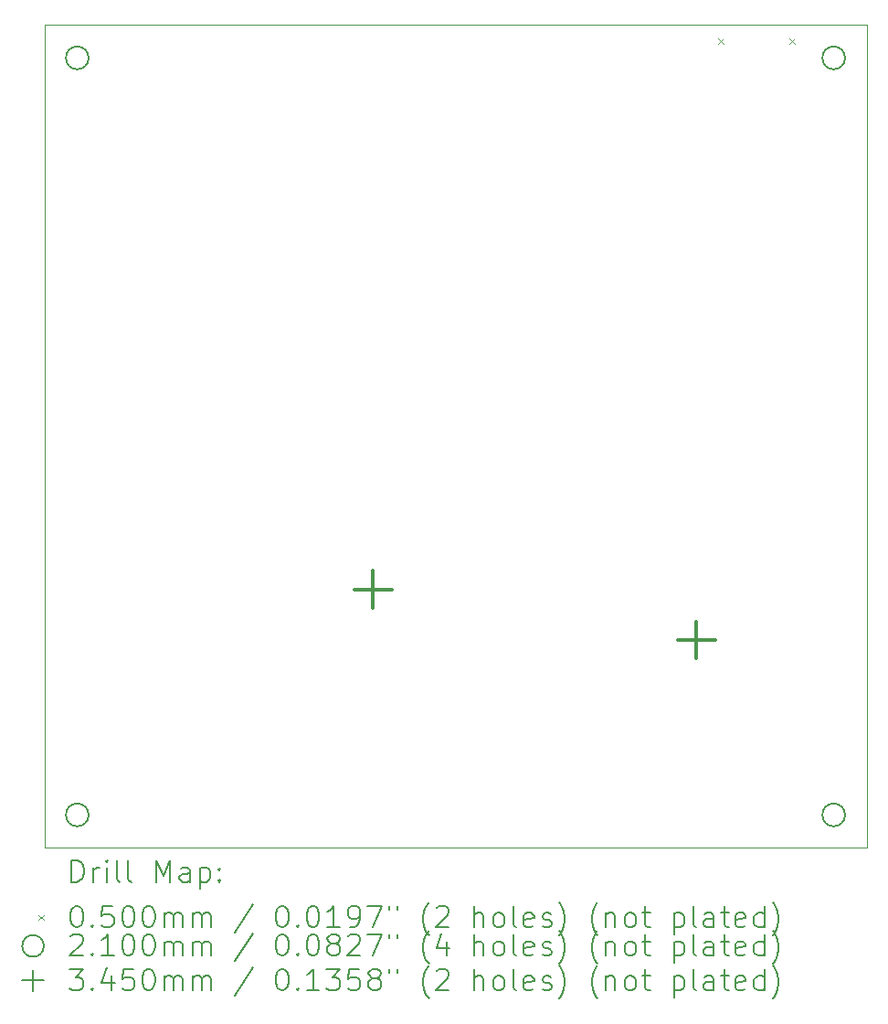
<source format=gbr>
%FSLAX45Y45*%
G04 Gerber Fmt 4.5, Leading zero omitted, Abs format (unit mm)*
G04 Created by KiCad (PCBNEW (6.0.5)) date 2023-04-10 12:53:08*
%MOMM*%
%LPD*%
G01*
G04 APERTURE LIST*
%TA.AperFunction,Profile*%
%ADD10C,0.100000*%
%TD*%
%ADD11C,0.200000*%
%ADD12C,0.050000*%
%ADD13C,0.210000*%
%ADD14C,0.345000*%
G04 APERTURE END LIST*
D10*
X10160000Y-12700000D02*
X17780000Y-12700000D01*
X17780000Y-12700000D02*
X17780000Y-5080000D01*
X17780000Y-5080000D02*
X10160000Y-5080000D01*
X10160000Y-5080000D02*
X10160000Y-12700000D01*
D11*
D12*
X16406825Y-5207400D02*
X16456825Y-5257400D01*
X16456825Y-5207400D02*
X16406825Y-5257400D01*
X17066825Y-5207400D02*
X17116825Y-5257400D01*
X17116825Y-5207400D02*
X17066825Y-5257400D01*
D13*
X10569800Y-5384800D02*
G75*
G03*
X10569800Y-5384800I-105000J0D01*
G01*
X10569800Y-12395200D02*
G75*
G03*
X10569800Y-12395200I-105000J0D01*
G01*
X17580200Y-5384800D02*
G75*
G03*
X17580200Y-5384800I-105000J0D01*
G01*
X17580200Y-12395200D02*
G75*
G03*
X17580200Y-12395200I-105000J0D01*
G01*
D14*
X13206000Y-10133500D02*
X13206000Y-10478500D01*
X13033500Y-10306000D02*
X13378500Y-10306000D01*
X16203000Y-10603500D02*
X16203000Y-10948500D01*
X16030500Y-10776000D02*
X16375500Y-10776000D01*
D11*
X10412619Y-13015476D02*
X10412619Y-12815476D01*
X10460238Y-12815476D01*
X10488810Y-12825000D01*
X10507857Y-12844048D01*
X10517381Y-12863095D01*
X10526905Y-12901190D01*
X10526905Y-12929762D01*
X10517381Y-12967857D01*
X10507857Y-12986905D01*
X10488810Y-13005952D01*
X10460238Y-13015476D01*
X10412619Y-13015476D01*
X10612619Y-13015476D02*
X10612619Y-12882143D01*
X10612619Y-12920238D02*
X10622143Y-12901190D01*
X10631667Y-12891667D01*
X10650714Y-12882143D01*
X10669762Y-12882143D01*
X10736429Y-13015476D02*
X10736429Y-12882143D01*
X10736429Y-12815476D02*
X10726905Y-12825000D01*
X10736429Y-12834524D01*
X10745952Y-12825000D01*
X10736429Y-12815476D01*
X10736429Y-12834524D01*
X10860238Y-13015476D02*
X10841190Y-13005952D01*
X10831667Y-12986905D01*
X10831667Y-12815476D01*
X10965000Y-13015476D02*
X10945952Y-13005952D01*
X10936429Y-12986905D01*
X10936429Y-12815476D01*
X11193571Y-13015476D02*
X11193571Y-12815476D01*
X11260238Y-12958333D01*
X11326905Y-12815476D01*
X11326905Y-13015476D01*
X11507857Y-13015476D02*
X11507857Y-12910714D01*
X11498333Y-12891667D01*
X11479286Y-12882143D01*
X11441190Y-12882143D01*
X11422143Y-12891667D01*
X11507857Y-13005952D02*
X11488809Y-13015476D01*
X11441190Y-13015476D01*
X11422143Y-13005952D01*
X11412619Y-12986905D01*
X11412619Y-12967857D01*
X11422143Y-12948809D01*
X11441190Y-12939286D01*
X11488809Y-12939286D01*
X11507857Y-12929762D01*
X11603095Y-12882143D02*
X11603095Y-13082143D01*
X11603095Y-12891667D02*
X11622143Y-12882143D01*
X11660238Y-12882143D01*
X11679286Y-12891667D01*
X11688809Y-12901190D01*
X11698333Y-12920238D01*
X11698333Y-12977381D01*
X11688809Y-12996428D01*
X11679286Y-13005952D01*
X11660238Y-13015476D01*
X11622143Y-13015476D01*
X11603095Y-13005952D01*
X11784048Y-12996428D02*
X11793571Y-13005952D01*
X11784048Y-13015476D01*
X11774524Y-13005952D01*
X11784048Y-12996428D01*
X11784048Y-13015476D01*
X11784048Y-12891667D02*
X11793571Y-12901190D01*
X11784048Y-12910714D01*
X11774524Y-12901190D01*
X11784048Y-12891667D01*
X11784048Y-12910714D01*
D12*
X10105000Y-13320000D02*
X10155000Y-13370000D01*
X10155000Y-13320000D02*
X10105000Y-13370000D01*
D11*
X10450714Y-13235476D02*
X10469762Y-13235476D01*
X10488810Y-13245000D01*
X10498333Y-13254524D01*
X10507857Y-13273571D01*
X10517381Y-13311667D01*
X10517381Y-13359286D01*
X10507857Y-13397381D01*
X10498333Y-13416428D01*
X10488810Y-13425952D01*
X10469762Y-13435476D01*
X10450714Y-13435476D01*
X10431667Y-13425952D01*
X10422143Y-13416428D01*
X10412619Y-13397381D01*
X10403095Y-13359286D01*
X10403095Y-13311667D01*
X10412619Y-13273571D01*
X10422143Y-13254524D01*
X10431667Y-13245000D01*
X10450714Y-13235476D01*
X10603095Y-13416428D02*
X10612619Y-13425952D01*
X10603095Y-13435476D01*
X10593571Y-13425952D01*
X10603095Y-13416428D01*
X10603095Y-13435476D01*
X10793571Y-13235476D02*
X10698333Y-13235476D01*
X10688810Y-13330714D01*
X10698333Y-13321190D01*
X10717381Y-13311667D01*
X10765000Y-13311667D01*
X10784048Y-13321190D01*
X10793571Y-13330714D01*
X10803095Y-13349762D01*
X10803095Y-13397381D01*
X10793571Y-13416428D01*
X10784048Y-13425952D01*
X10765000Y-13435476D01*
X10717381Y-13435476D01*
X10698333Y-13425952D01*
X10688810Y-13416428D01*
X10926905Y-13235476D02*
X10945952Y-13235476D01*
X10965000Y-13245000D01*
X10974524Y-13254524D01*
X10984048Y-13273571D01*
X10993571Y-13311667D01*
X10993571Y-13359286D01*
X10984048Y-13397381D01*
X10974524Y-13416428D01*
X10965000Y-13425952D01*
X10945952Y-13435476D01*
X10926905Y-13435476D01*
X10907857Y-13425952D01*
X10898333Y-13416428D01*
X10888810Y-13397381D01*
X10879286Y-13359286D01*
X10879286Y-13311667D01*
X10888810Y-13273571D01*
X10898333Y-13254524D01*
X10907857Y-13245000D01*
X10926905Y-13235476D01*
X11117381Y-13235476D02*
X11136429Y-13235476D01*
X11155476Y-13245000D01*
X11165000Y-13254524D01*
X11174524Y-13273571D01*
X11184048Y-13311667D01*
X11184048Y-13359286D01*
X11174524Y-13397381D01*
X11165000Y-13416428D01*
X11155476Y-13425952D01*
X11136429Y-13435476D01*
X11117381Y-13435476D01*
X11098333Y-13425952D01*
X11088810Y-13416428D01*
X11079286Y-13397381D01*
X11069762Y-13359286D01*
X11069762Y-13311667D01*
X11079286Y-13273571D01*
X11088810Y-13254524D01*
X11098333Y-13245000D01*
X11117381Y-13235476D01*
X11269762Y-13435476D02*
X11269762Y-13302143D01*
X11269762Y-13321190D02*
X11279286Y-13311667D01*
X11298333Y-13302143D01*
X11326905Y-13302143D01*
X11345952Y-13311667D01*
X11355476Y-13330714D01*
X11355476Y-13435476D01*
X11355476Y-13330714D02*
X11365000Y-13311667D01*
X11384048Y-13302143D01*
X11412619Y-13302143D01*
X11431667Y-13311667D01*
X11441190Y-13330714D01*
X11441190Y-13435476D01*
X11536428Y-13435476D02*
X11536428Y-13302143D01*
X11536428Y-13321190D02*
X11545952Y-13311667D01*
X11565000Y-13302143D01*
X11593571Y-13302143D01*
X11612619Y-13311667D01*
X11622143Y-13330714D01*
X11622143Y-13435476D01*
X11622143Y-13330714D02*
X11631667Y-13311667D01*
X11650714Y-13302143D01*
X11679286Y-13302143D01*
X11698333Y-13311667D01*
X11707857Y-13330714D01*
X11707857Y-13435476D01*
X12098333Y-13225952D02*
X11926905Y-13483095D01*
X12355476Y-13235476D02*
X12374524Y-13235476D01*
X12393571Y-13245000D01*
X12403095Y-13254524D01*
X12412619Y-13273571D01*
X12422143Y-13311667D01*
X12422143Y-13359286D01*
X12412619Y-13397381D01*
X12403095Y-13416428D01*
X12393571Y-13425952D01*
X12374524Y-13435476D01*
X12355476Y-13435476D01*
X12336428Y-13425952D01*
X12326905Y-13416428D01*
X12317381Y-13397381D01*
X12307857Y-13359286D01*
X12307857Y-13311667D01*
X12317381Y-13273571D01*
X12326905Y-13254524D01*
X12336428Y-13245000D01*
X12355476Y-13235476D01*
X12507857Y-13416428D02*
X12517381Y-13425952D01*
X12507857Y-13435476D01*
X12498333Y-13425952D01*
X12507857Y-13416428D01*
X12507857Y-13435476D01*
X12641190Y-13235476D02*
X12660238Y-13235476D01*
X12679286Y-13245000D01*
X12688809Y-13254524D01*
X12698333Y-13273571D01*
X12707857Y-13311667D01*
X12707857Y-13359286D01*
X12698333Y-13397381D01*
X12688809Y-13416428D01*
X12679286Y-13425952D01*
X12660238Y-13435476D01*
X12641190Y-13435476D01*
X12622143Y-13425952D01*
X12612619Y-13416428D01*
X12603095Y-13397381D01*
X12593571Y-13359286D01*
X12593571Y-13311667D01*
X12603095Y-13273571D01*
X12612619Y-13254524D01*
X12622143Y-13245000D01*
X12641190Y-13235476D01*
X12898333Y-13435476D02*
X12784048Y-13435476D01*
X12841190Y-13435476D02*
X12841190Y-13235476D01*
X12822143Y-13264048D01*
X12803095Y-13283095D01*
X12784048Y-13292619D01*
X12993571Y-13435476D02*
X13031667Y-13435476D01*
X13050714Y-13425952D01*
X13060238Y-13416428D01*
X13079286Y-13387857D01*
X13088809Y-13349762D01*
X13088809Y-13273571D01*
X13079286Y-13254524D01*
X13069762Y-13245000D01*
X13050714Y-13235476D01*
X13012619Y-13235476D01*
X12993571Y-13245000D01*
X12984048Y-13254524D01*
X12974524Y-13273571D01*
X12974524Y-13321190D01*
X12984048Y-13340238D01*
X12993571Y-13349762D01*
X13012619Y-13359286D01*
X13050714Y-13359286D01*
X13069762Y-13349762D01*
X13079286Y-13340238D01*
X13088809Y-13321190D01*
X13155476Y-13235476D02*
X13288809Y-13235476D01*
X13203095Y-13435476D01*
X13355476Y-13235476D02*
X13355476Y-13273571D01*
X13431667Y-13235476D02*
X13431667Y-13273571D01*
X13726905Y-13511667D02*
X13717381Y-13502143D01*
X13698333Y-13473571D01*
X13688809Y-13454524D01*
X13679286Y-13425952D01*
X13669762Y-13378333D01*
X13669762Y-13340238D01*
X13679286Y-13292619D01*
X13688809Y-13264048D01*
X13698333Y-13245000D01*
X13717381Y-13216428D01*
X13726905Y-13206905D01*
X13793571Y-13254524D02*
X13803095Y-13245000D01*
X13822143Y-13235476D01*
X13869762Y-13235476D01*
X13888809Y-13245000D01*
X13898333Y-13254524D01*
X13907857Y-13273571D01*
X13907857Y-13292619D01*
X13898333Y-13321190D01*
X13784048Y-13435476D01*
X13907857Y-13435476D01*
X14145952Y-13435476D02*
X14145952Y-13235476D01*
X14231667Y-13435476D02*
X14231667Y-13330714D01*
X14222143Y-13311667D01*
X14203095Y-13302143D01*
X14174524Y-13302143D01*
X14155476Y-13311667D01*
X14145952Y-13321190D01*
X14355476Y-13435476D02*
X14336428Y-13425952D01*
X14326905Y-13416428D01*
X14317381Y-13397381D01*
X14317381Y-13340238D01*
X14326905Y-13321190D01*
X14336428Y-13311667D01*
X14355476Y-13302143D01*
X14384048Y-13302143D01*
X14403095Y-13311667D01*
X14412619Y-13321190D01*
X14422143Y-13340238D01*
X14422143Y-13397381D01*
X14412619Y-13416428D01*
X14403095Y-13425952D01*
X14384048Y-13435476D01*
X14355476Y-13435476D01*
X14536428Y-13435476D02*
X14517381Y-13425952D01*
X14507857Y-13406905D01*
X14507857Y-13235476D01*
X14688809Y-13425952D02*
X14669762Y-13435476D01*
X14631667Y-13435476D01*
X14612619Y-13425952D01*
X14603095Y-13406905D01*
X14603095Y-13330714D01*
X14612619Y-13311667D01*
X14631667Y-13302143D01*
X14669762Y-13302143D01*
X14688809Y-13311667D01*
X14698333Y-13330714D01*
X14698333Y-13349762D01*
X14603095Y-13368809D01*
X14774524Y-13425952D02*
X14793571Y-13435476D01*
X14831667Y-13435476D01*
X14850714Y-13425952D01*
X14860238Y-13406905D01*
X14860238Y-13397381D01*
X14850714Y-13378333D01*
X14831667Y-13368809D01*
X14803095Y-13368809D01*
X14784048Y-13359286D01*
X14774524Y-13340238D01*
X14774524Y-13330714D01*
X14784048Y-13311667D01*
X14803095Y-13302143D01*
X14831667Y-13302143D01*
X14850714Y-13311667D01*
X14926905Y-13511667D02*
X14936428Y-13502143D01*
X14955476Y-13473571D01*
X14965000Y-13454524D01*
X14974524Y-13425952D01*
X14984048Y-13378333D01*
X14984048Y-13340238D01*
X14974524Y-13292619D01*
X14965000Y-13264048D01*
X14955476Y-13245000D01*
X14936428Y-13216428D01*
X14926905Y-13206905D01*
X15288809Y-13511667D02*
X15279286Y-13502143D01*
X15260238Y-13473571D01*
X15250714Y-13454524D01*
X15241190Y-13425952D01*
X15231667Y-13378333D01*
X15231667Y-13340238D01*
X15241190Y-13292619D01*
X15250714Y-13264048D01*
X15260238Y-13245000D01*
X15279286Y-13216428D01*
X15288809Y-13206905D01*
X15365000Y-13302143D02*
X15365000Y-13435476D01*
X15365000Y-13321190D02*
X15374524Y-13311667D01*
X15393571Y-13302143D01*
X15422143Y-13302143D01*
X15441190Y-13311667D01*
X15450714Y-13330714D01*
X15450714Y-13435476D01*
X15574524Y-13435476D02*
X15555476Y-13425952D01*
X15545952Y-13416428D01*
X15536428Y-13397381D01*
X15536428Y-13340238D01*
X15545952Y-13321190D01*
X15555476Y-13311667D01*
X15574524Y-13302143D01*
X15603095Y-13302143D01*
X15622143Y-13311667D01*
X15631667Y-13321190D01*
X15641190Y-13340238D01*
X15641190Y-13397381D01*
X15631667Y-13416428D01*
X15622143Y-13425952D01*
X15603095Y-13435476D01*
X15574524Y-13435476D01*
X15698333Y-13302143D02*
X15774524Y-13302143D01*
X15726905Y-13235476D02*
X15726905Y-13406905D01*
X15736428Y-13425952D01*
X15755476Y-13435476D01*
X15774524Y-13435476D01*
X15993571Y-13302143D02*
X15993571Y-13502143D01*
X15993571Y-13311667D02*
X16012619Y-13302143D01*
X16050714Y-13302143D01*
X16069762Y-13311667D01*
X16079286Y-13321190D01*
X16088809Y-13340238D01*
X16088809Y-13397381D01*
X16079286Y-13416428D01*
X16069762Y-13425952D01*
X16050714Y-13435476D01*
X16012619Y-13435476D01*
X15993571Y-13425952D01*
X16203095Y-13435476D02*
X16184048Y-13425952D01*
X16174524Y-13406905D01*
X16174524Y-13235476D01*
X16365000Y-13435476D02*
X16365000Y-13330714D01*
X16355476Y-13311667D01*
X16336428Y-13302143D01*
X16298333Y-13302143D01*
X16279286Y-13311667D01*
X16365000Y-13425952D02*
X16345952Y-13435476D01*
X16298333Y-13435476D01*
X16279286Y-13425952D01*
X16269762Y-13406905D01*
X16269762Y-13387857D01*
X16279286Y-13368809D01*
X16298333Y-13359286D01*
X16345952Y-13359286D01*
X16365000Y-13349762D01*
X16431667Y-13302143D02*
X16507857Y-13302143D01*
X16460238Y-13235476D02*
X16460238Y-13406905D01*
X16469762Y-13425952D01*
X16488809Y-13435476D01*
X16507857Y-13435476D01*
X16650714Y-13425952D02*
X16631667Y-13435476D01*
X16593571Y-13435476D01*
X16574524Y-13425952D01*
X16565000Y-13406905D01*
X16565000Y-13330714D01*
X16574524Y-13311667D01*
X16593571Y-13302143D01*
X16631667Y-13302143D01*
X16650714Y-13311667D01*
X16660238Y-13330714D01*
X16660238Y-13349762D01*
X16565000Y-13368809D01*
X16831667Y-13435476D02*
X16831667Y-13235476D01*
X16831667Y-13425952D02*
X16812619Y-13435476D01*
X16774524Y-13435476D01*
X16755476Y-13425952D01*
X16745952Y-13416428D01*
X16736428Y-13397381D01*
X16736428Y-13340238D01*
X16745952Y-13321190D01*
X16755476Y-13311667D01*
X16774524Y-13302143D01*
X16812619Y-13302143D01*
X16831667Y-13311667D01*
X16907857Y-13511667D02*
X16917381Y-13502143D01*
X16936429Y-13473571D01*
X16945952Y-13454524D01*
X16955476Y-13425952D01*
X16965000Y-13378333D01*
X16965000Y-13340238D01*
X16955476Y-13292619D01*
X16945952Y-13264048D01*
X16936429Y-13245000D01*
X16917381Y-13216428D01*
X16907857Y-13206905D01*
X10155000Y-13609000D02*
G75*
G03*
X10155000Y-13609000I-100000J0D01*
G01*
X10403095Y-13518524D02*
X10412619Y-13509000D01*
X10431667Y-13499476D01*
X10479286Y-13499476D01*
X10498333Y-13509000D01*
X10507857Y-13518524D01*
X10517381Y-13537571D01*
X10517381Y-13556619D01*
X10507857Y-13585190D01*
X10393571Y-13699476D01*
X10517381Y-13699476D01*
X10603095Y-13680428D02*
X10612619Y-13689952D01*
X10603095Y-13699476D01*
X10593571Y-13689952D01*
X10603095Y-13680428D01*
X10603095Y-13699476D01*
X10803095Y-13699476D02*
X10688810Y-13699476D01*
X10745952Y-13699476D02*
X10745952Y-13499476D01*
X10726905Y-13528048D01*
X10707857Y-13547095D01*
X10688810Y-13556619D01*
X10926905Y-13499476D02*
X10945952Y-13499476D01*
X10965000Y-13509000D01*
X10974524Y-13518524D01*
X10984048Y-13537571D01*
X10993571Y-13575667D01*
X10993571Y-13623286D01*
X10984048Y-13661381D01*
X10974524Y-13680428D01*
X10965000Y-13689952D01*
X10945952Y-13699476D01*
X10926905Y-13699476D01*
X10907857Y-13689952D01*
X10898333Y-13680428D01*
X10888810Y-13661381D01*
X10879286Y-13623286D01*
X10879286Y-13575667D01*
X10888810Y-13537571D01*
X10898333Y-13518524D01*
X10907857Y-13509000D01*
X10926905Y-13499476D01*
X11117381Y-13499476D02*
X11136429Y-13499476D01*
X11155476Y-13509000D01*
X11165000Y-13518524D01*
X11174524Y-13537571D01*
X11184048Y-13575667D01*
X11184048Y-13623286D01*
X11174524Y-13661381D01*
X11165000Y-13680428D01*
X11155476Y-13689952D01*
X11136429Y-13699476D01*
X11117381Y-13699476D01*
X11098333Y-13689952D01*
X11088810Y-13680428D01*
X11079286Y-13661381D01*
X11069762Y-13623286D01*
X11069762Y-13575667D01*
X11079286Y-13537571D01*
X11088810Y-13518524D01*
X11098333Y-13509000D01*
X11117381Y-13499476D01*
X11269762Y-13699476D02*
X11269762Y-13566143D01*
X11269762Y-13585190D02*
X11279286Y-13575667D01*
X11298333Y-13566143D01*
X11326905Y-13566143D01*
X11345952Y-13575667D01*
X11355476Y-13594714D01*
X11355476Y-13699476D01*
X11355476Y-13594714D02*
X11365000Y-13575667D01*
X11384048Y-13566143D01*
X11412619Y-13566143D01*
X11431667Y-13575667D01*
X11441190Y-13594714D01*
X11441190Y-13699476D01*
X11536428Y-13699476D02*
X11536428Y-13566143D01*
X11536428Y-13585190D02*
X11545952Y-13575667D01*
X11565000Y-13566143D01*
X11593571Y-13566143D01*
X11612619Y-13575667D01*
X11622143Y-13594714D01*
X11622143Y-13699476D01*
X11622143Y-13594714D02*
X11631667Y-13575667D01*
X11650714Y-13566143D01*
X11679286Y-13566143D01*
X11698333Y-13575667D01*
X11707857Y-13594714D01*
X11707857Y-13699476D01*
X12098333Y-13489952D02*
X11926905Y-13747095D01*
X12355476Y-13499476D02*
X12374524Y-13499476D01*
X12393571Y-13509000D01*
X12403095Y-13518524D01*
X12412619Y-13537571D01*
X12422143Y-13575667D01*
X12422143Y-13623286D01*
X12412619Y-13661381D01*
X12403095Y-13680428D01*
X12393571Y-13689952D01*
X12374524Y-13699476D01*
X12355476Y-13699476D01*
X12336428Y-13689952D01*
X12326905Y-13680428D01*
X12317381Y-13661381D01*
X12307857Y-13623286D01*
X12307857Y-13575667D01*
X12317381Y-13537571D01*
X12326905Y-13518524D01*
X12336428Y-13509000D01*
X12355476Y-13499476D01*
X12507857Y-13680428D02*
X12517381Y-13689952D01*
X12507857Y-13699476D01*
X12498333Y-13689952D01*
X12507857Y-13680428D01*
X12507857Y-13699476D01*
X12641190Y-13499476D02*
X12660238Y-13499476D01*
X12679286Y-13509000D01*
X12688809Y-13518524D01*
X12698333Y-13537571D01*
X12707857Y-13575667D01*
X12707857Y-13623286D01*
X12698333Y-13661381D01*
X12688809Y-13680428D01*
X12679286Y-13689952D01*
X12660238Y-13699476D01*
X12641190Y-13699476D01*
X12622143Y-13689952D01*
X12612619Y-13680428D01*
X12603095Y-13661381D01*
X12593571Y-13623286D01*
X12593571Y-13575667D01*
X12603095Y-13537571D01*
X12612619Y-13518524D01*
X12622143Y-13509000D01*
X12641190Y-13499476D01*
X12822143Y-13585190D02*
X12803095Y-13575667D01*
X12793571Y-13566143D01*
X12784048Y-13547095D01*
X12784048Y-13537571D01*
X12793571Y-13518524D01*
X12803095Y-13509000D01*
X12822143Y-13499476D01*
X12860238Y-13499476D01*
X12879286Y-13509000D01*
X12888809Y-13518524D01*
X12898333Y-13537571D01*
X12898333Y-13547095D01*
X12888809Y-13566143D01*
X12879286Y-13575667D01*
X12860238Y-13585190D01*
X12822143Y-13585190D01*
X12803095Y-13594714D01*
X12793571Y-13604238D01*
X12784048Y-13623286D01*
X12784048Y-13661381D01*
X12793571Y-13680428D01*
X12803095Y-13689952D01*
X12822143Y-13699476D01*
X12860238Y-13699476D01*
X12879286Y-13689952D01*
X12888809Y-13680428D01*
X12898333Y-13661381D01*
X12898333Y-13623286D01*
X12888809Y-13604238D01*
X12879286Y-13594714D01*
X12860238Y-13585190D01*
X12974524Y-13518524D02*
X12984048Y-13509000D01*
X13003095Y-13499476D01*
X13050714Y-13499476D01*
X13069762Y-13509000D01*
X13079286Y-13518524D01*
X13088809Y-13537571D01*
X13088809Y-13556619D01*
X13079286Y-13585190D01*
X12965000Y-13699476D01*
X13088809Y-13699476D01*
X13155476Y-13499476D02*
X13288809Y-13499476D01*
X13203095Y-13699476D01*
X13355476Y-13499476D02*
X13355476Y-13537571D01*
X13431667Y-13499476D02*
X13431667Y-13537571D01*
X13726905Y-13775667D02*
X13717381Y-13766143D01*
X13698333Y-13737571D01*
X13688809Y-13718524D01*
X13679286Y-13689952D01*
X13669762Y-13642333D01*
X13669762Y-13604238D01*
X13679286Y-13556619D01*
X13688809Y-13528048D01*
X13698333Y-13509000D01*
X13717381Y-13480428D01*
X13726905Y-13470905D01*
X13888809Y-13566143D02*
X13888809Y-13699476D01*
X13841190Y-13489952D02*
X13793571Y-13632809D01*
X13917381Y-13632809D01*
X14145952Y-13699476D02*
X14145952Y-13499476D01*
X14231667Y-13699476D02*
X14231667Y-13594714D01*
X14222143Y-13575667D01*
X14203095Y-13566143D01*
X14174524Y-13566143D01*
X14155476Y-13575667D01*
X14145952Y-13585190D01*
X14355476Y-13699476D02*
X14336428Y-13689952D01*
X14326905Y-13680428D01*
X14317381Y-13661381D01*
X14317381Y-13604238D01*
X14326905Y-13585190D01*
X14336428Y-13575667D01*
X14355476Y-13566143D01*
X14384048Y-13566143D01*
X14403095Y-13575667D01*
X14412619Y-13585190D01*
X14422143Y-13604238D01*
X14422143Y-13661381D01*
X14412619Y-13680428D01*
X14403095Y-13689952D01*
X14384048Y-13699476D01*
X14355476Y-13699476D01*
X14536428Y-13699476D02*
X14517381Y-13689952D01*
X14507857Y-13670905D01*
X14507857Y-13499476D01*
X14688809Y-13689952D02*
X14669762Y-13699476D01*
X14631667Y-13699476D01*
X14612619Y-13689952D01*
X14603095Y-13670905D01*
X14603095Y-13594714D01*
X14612619Y-13575667D01*
X14631667Y-13566143D01*
X14669762Y-13566143D01*
X14688809Y-13575667D01*
X14698333Y-13594714D01*
X14698333Y-13613762D01*
X14603095Y-13632809D01*
X14774524Y-13689952D02*
X14793571Y-13699476D01*
X14831667Y-13699476D01*
X14850714Y-13689952D01*
X14860238Y-13670905D01*
X14860238Y-13661381D01*
X14850714Y-13642333D01*
X14831667Y-13632809D01*
X14803095Y-13632809D01*
X14784048Y-13623286D01*
X14774524Y-13604238D01*
X14774524Y-13594714D01*
X14784048Y-13575667D01*
X14803095Y-13566143D01*
X14831667Y-13566143D01*
X14850714Y-13575667D01*
X14926905Y-13775667D02*
X14936428Y-13766143D01*
X14955476Y-13737571D01*
X14965000Y-13718524D01*
X14974524Y-13689952D01*
X14984048Y-13642333D01*
X14984048Y-13604238D01*
X14974524Y-13556619D01*
X14965000Y-13528048D01*
X14955476Y-13509000D01*
X14936428Y-13480428D01*
X14926905Y-13470905D01*
X15288809Y-13775667D02*
X15279286Y-13766143D01*
X15260238Y-13737571D01*
X15250714Y-13718524D01*
X15241190Y-13689952D01*
X15231667Y-13642333D01*
X15231667Y-13604238D01*
X15241190Y-13556619D01*
X15250714Y-13528048D01*
X15260238Y-13509000D01*
X15279286Y-13480428D01*
X15288809Y-13470905D01*
X15365000Y-13566143D02*
X15365000Y-13699476D01*
X15365000Y-13585190D02*
X15374524Y-13575667D01*
X15393571Y-13566143D01*
X15422143Y-13566143D01*
X15441190Y-13575667D01*
X15450714Y-13594714D01*
X15450714Y-13699476D01*
X15574524Y-13699476D02*
X15555476Y-13689952D01*
X15545952Y-13680428D01*
X15536428Y-13661381D01*
X15536428Y-13604238D01*
X15545952Y-13585190D01*
X15555476Y-13575667D01*
X15574524Y-13566143D01*
X15603095Y-13566143D01*
X15622143Y-13575667D01*
X15631667Y-13585190D01*
X15641190Y-13604238D01*
X15641190Y-13661381D01*
X15631667Y-13680428D01*
X15622143Y-13689952D01*
X15603095Y-13699476D01*
X15574524Y-13699476D01*
X15698333Y-13566143D02*
X15774524Y-13566143D01*
X15726905Y-13499476D02*
X15726905Y-13670905D01*
X15736428Y-13689952D01*
X15755476Y-13699476D01*
X15774524Y-13699476D01*
X15993571Y-13566143D02*
X15993571Y-13766143D01*
X15993571Y-13575667D02*
X16012619Y-13566143D01*
X16050714Y-13566143D01*
X16069762Y-13575667D01*
X16079286Y-13585190D01*
X16088809Y-13604238D01*
X16088809Y-13661381D01*
X16079286Y-13680428D01*
X16069762Y-13689952D01*
X16050714Y-13699476D01*
X16012619Y-13699476D01*
X15993571Y-13689952D01*
X16203095Y-13699476D02*
X16184048Y-13689952D01*
X16174524Y-13670905D01*
X16174524Y-13499476D01*
X16365000Y-13699476D02*
X16365000Y-13594714D01*
X16355476Y-13575667D01*
X16336428Y-13566143D01*
X16298333Y-13566143D01*
X16279286Y-13575667D01*
X16365000Y-13689952D02*
X16345952Y-13699476D01*
X16298333Y-13699476D01*
X16279286Y-13689952D01*
X16269762Y-13670905D01*
X16269762Y-13651857D01*
X16279286Y-13632809D01*
X16298333Y-13623286D01*
X16345952Y-13623286D01*
X16365000Y-13613762D01*
X16431667Y-13566143D02*
X16507857Y-13566143D01*
X16460238Y-13499476D02*
X16460238Y-13670905D01*
X16469762Y-13689952D01*
X16488809Y-13699476D01*
X16507857Y-13699476D01*
X16650714Y-13689952D02*
X16631667Y-13699476D01*
X16593571Y-13699476D01*
X16574524Y-13689952D01*
X16565000Y-13670905D01*
X16565000Y-13594714D01*
X16574524Y-13575667D01*
X16593571Y-13566143D01*
X16631667Y-13566143D01*
X16650714Y-13575667D01*
X16660238Y-13594714D01*
X16660238Y-13613762D01*
X16565000Y-13632809D01*
X16831667Y-13699476D02*
X16831667Y-13499476D01*
X16831667Y-13689952D02*
X16812619Y-13699476D01*
X16774524Y-13699476D01*
X16755476Y-13689952D01*
X16745952Y-13680428D01*
X16736428Y-13661381D01*
X16736428Y-13604238D01*
X16745952Y-13585190D01*
X16755476Y-13575667D01*
X16774524Y-13566143D01*
X16812619Y-13566143D01*
X16831667Y-13575667D01*
X16907857Y-13775667D02*
X16917381Y-13766143D01*
X16936429Y-13737571D01*
X16945952Y-13718524D01*
X16955476Y-13689952D01*
X16965000Y-13642333D01*
X16965000Y-13604238D01*
X16955476Y-13556619D01*
X16945952Y-13528048D01*
X16936429Y-13509000D01*
X16917381Y-13480428D01*
X16907857Y-13470905D01*
X10055000Y-13829000D02*
X10055000Y-14029000D01*
X9955000Y-13929000D02*
X10155000Y-13929000D01*
X10393571Y-13819476D02*
X10517381Y-13819476D01*
X10450714Y-13895667D01*
X10479286Y-13895667D01*
X10498333Y-13905190D01*
X10507857Y-13914714D01*
X10517381Y-13933762D01*
X10517381Y-13981381D01*
X10507857Y-14000428D01*
X10498333Y-14009952D01*
X10479286Y-14019476D01*
X10422143Y-14019476D01*
X10403095Y-14009952D01*
X10393571Y-14000428D01*
X10603095Y-14000428D02*
X10612619Y-14009952D01*
X10603095Y-14019476D01*
X10593571Y-14009952D01*
X10603095Y-14000428D01*
X10603095Y-14019476D01*
X10784048Y-13886143D02*
X10784048Y-14019476D01*
X10736429Y-13809952D02*
X10688810Y-13952809D01*
X10812619Y-13952809D01*
X10984048Y-13819476D02*
X10888810Y-13819476D01*
X10879286Y-13914714D01*
X10888810Y-13905190D01*
X10907857Y-13895667D01*
X10955476Y-13895667D01*
X10974524Y-13905190D01*
X10984048Y-13914714D01*
X10993571Y-13933762D01*
X10993571Y-13981381D01*
X10984048Y-14000428D01*
X10974524Y-14009952D01*
X10955476Y-14019476D01*
X10907857Y-14019476D01*
X10888810Y-14009952D01*
X10879286Y-14000428D01*
X11117381Y-13819476D02*
X11136429Y-13819476D01*
X11155476Y-13829000D01*
X11165000Y-13838524D01*
X11174524Y-13857571D01*
X11184048Y-13895667D01*
X11184048Y-13943286D01*
X11174524Y-13981381D01*
X11165000Y-14000428D01*
X11155476Y-14009952D01*
X11136429Y-14019476D01*
X11117381Y-14019476D01*
X11098333Y-14009952D01*
X11088810Y-14000428D01*
X11079286Y-13981381D01*
X11069762Y-13943286D01*
X11069762Y-13895667D01*
X11079286Y-13857571D01*
X11088810Y-13838524D01*
X11098333Y-13829000D01*
X11117381Y-13819476D01*
X11269762Y-14019476D02*
X11269762Y-13886143D01*
X11269762Y-13905190D02*
X11279286Y-13895667D01*
X11298333Y-13886143D01*
X11326905Y-13886143D01*
X11345952Y-13895667D01*
X11355476Y-13914714D01*
X11355476Y-14019476D01*
X11355476Y-13914714D02*
X11365000Y-13895667D01*
X11384048Y-13886143D01*
X11412619Y-13886143D01*
X11431667Y-13895667D01*
X11441190Y-13914714D01*
X11441190Y-14019476D01*
X11536428Y-14019476D02*
X11536428Y-13886143D01*
X11536428Y-13905190D02*
X11545952Y-13895667D01*
X11565000Y-13886143D01*
X11593571Y-13886143D01*
X11612619Y-13895667D01*
X11622143Y-13914714D01*
X11622143Y-14019476D01*
X11622143Y-13914714D02*
X11631667Y-13895667D01*
X11650714Y-13886143D01*
X11679286Y-13886143D01*
X11698333Y-13895667D01*
X11707857Y-13914714D01*
X11707857Y-14019476D01*
X12098333Y-13809952D02*
X11926905Y-14067095D01*
X12355476Y-13819476D02*
X12374524Y-13819476D01*
X12393571Y-13829000D01*
X12403095Y-13838524D01*
X12412619Y-13857571D01*
X12422143Y-13895667D01*
X12422143Y-13943286D01*
X12412619Y-13981381D01*
X12403095Y-14000428D01*
X12393571Y-14009952D01*
X12374524Y-14019476D01*
X12355476Y-14019476D01*
X12336428Y-14009952D01*
X12326905Y-14000428D01*
X12317381Y-13981381D01*
X12307857Y-13943286D01*
X12307857Y-13895667D01*
X12317381Y-13857571D01*
X12326905Y-13838524D01*
X12336428Y-13829000D01*
X12355476Y-13819476D01*
X12507857Y-14000428D02*
X12517381Y-14009952D01*
X12507857Y-14019476D01*
X12498333Y-14009952D01*
X12507857Y-14000428D01*
X12507857Y-14019476D01*
X12707857Y-14019476D02*
X12593571Y-14019476D01*
X12650714Y-14019476D02*
X12650714Y-13819476D01*
X12631667Y-13848048D01*
X12612619Y-13867095D01*
X12593571Y-13876619D01*
X12774524Y-13819476D02*
X12898333Y-13819476D01*
X12831667Y-13895667D01*
X12860238Y-13895667D01*
X12879286Y-13905190D01*
X12888809Y-13914714D01*
X12898333Y-13933762D01*
X12898333Y-13981381D01*
X12888809Y-14000428D01*
X12879286Y-14009952D01*
X12860238Y-14019476D01*
X12803095Y-14019476D01*
X12784048Y-14009952D01*
X12774524Y-14000428D01*
X13079286Y-13819476D02*
X12984048Y-13819476D01*
X12974524Y-13914714D01*
X12984048Y-13905190D01*
X13003095Y-13895667D01*
X13050714Y-13895667D01*
X13069762Y-13905190D01*
X13079286Y-13914714D01*
X13088809Y-13933762D01*
X13088809Y-13981381D01*
X13079286Y-14000428D01*
X13069762Y-14009952D01*
X13050714Y-14019476D01*
X13003095Y-14019476D01*
X12984048Y-14009952D01*
X12974524Y-14000428D01*
X13203095Y-13905190D02*
X13184048Y-13895667D01*
X13174524Y-13886143D01*
X13165000Y-13867095D01*
X13165000Y-13857571D01*
X13174524Y-13838524D01*
X13184048Y-13829000D01*
X13203095Y-13819476D01*
X13241190Y-13819476D01*
X13260238Y-13829000D01*
X13269762Y-13838524D01*
X13279286Y-13857571D01*
X13279286Y-13867095D01*
X13269762Y-13886143D01*
X13260238Y-13895667D01*
X13241190Y-13905190D01*
X13203095Y-13905190D01*
X13184048Y-13914714D01*
X13174524Y-13924238D01*
X13165000Y-13943286D01*
X13165000Y-13981381D01*
X13174524Y-14000428D01*
X13184048Y-14009952D01*
X13203095Y-14019476D01*
X13241190Y-14019476D01*
X13260238Y-14009952D01*
X13269762Y-14000428D01*
X13279286Y-13981381D01*
X13279286Y-13943286D01*
X13269762Y-13924238D01*
X13260238Y-13914714D01*
X13241190Y-13905190D01*
X13355476Y-13819476D02*
X13355476Y-13857571D01*
X13431667Y-13819476D02*
X13431667Y-13857571D01*
X13726905Y-14095667D02*
X13717381Y-14086143D01*
X13698333Y-14057571D01*
X13688809Y-14038524D01*
X13679286Y-14009952D01*
X13669762Y-13962333D01*
X13669762Y-13924238D01*
X13679286Y-13876619D01*
X13688809Y-13848048D01*
X13698333Y-13829000D01*
X13717381Y-13800428D01*
X13726905Y-13790905D01*
X13793571Y-13838524D02*
X13803095Y-13829000D01*
X13822143Y-13819476D01*
X13869762Y-13819476D01*
X13888809Y-13829000D01*
X13898333Y-13838524D01*
X13907857Y-13857571D01*
X13907857Y-13876619D01*
X13898333Y-13905190D01*
X13784048Y-14019476D01*
X13907857Y-14019476D01*
X14145952Y-14019476D02*
X14145952Y-13819476D01*
X14231667Y-14019476D02*
X14231667Y-13914714D01*
X14222143Y-13895667D01*
X14203095Y-13886143D01*
X14174524Y-13886143D01*
X14155476Y-13895667D01*
X14145952Y-13905190D01*
X14355476Y-14019476D02*
X14336428Y-14009952D01*
X14326905Y-14000428D01*
X14317381Y-13981381D01*
X14317381Y-13924238D01*
X14326905Y-13905190D01*
X14336428Y-13895667D01*
X14355476Y-13886143D01*
X14384048Y-13886143D01*
X14403095Y-13895667D01*
X14412619Y-13905190D01*
X14422143Y-13924238D01*
X14422143Y-13981381D01*
X14412619Y-14000428D01*
X14403095Y-14009952D01*
X14384048Y-14019476D01*
X14355476Y-14019476D01*
X14536428Y-14019476D02*
X14517381Y-14009952D01*
X14507857Y-13990905D01*
X14507857Y-13819476D01*
X14688809Y-14009952D02*
X14669762Y-14019476D01*
X14631667Y-14019476D01*
X14612619Y-14009952D01*
X14603095Y-13990905D01*
X14603095Y-13914714D01*
X14612619Y-13895667D01*
X14631667Y-13886143D01*
X14669762Y-13886143D01*
X14688809Y-13895667D01*
X14698333Y-13914714D01*
X14698333Y-13933762D01*
X14603095Y-13952809D01*
X14774524Y-14009952D02*
X14793571Y-14019476D01*
X14831667Y-14019476D01*
X14850714Y-14009952D01*
X14860238Y-13990905D01*
X14860238Y-13981381D01*
X14850714Y-13962333D01*
X14831667Y-13952809D01*
X14803095Y-13952809D01*
X14784048Y-13943286D01*
X14774524Y-13924238D01*
X14774524Y-13914714D01*
X14784048Y-13895667D01*
X14803095Y-13886143D01*
X14831667Y-13886143D01*
X14850714Y-13895667D01*
X14926905Y-14095667D02*
X14936428Y-14086143D01*
X14955476Y-14057571D01*
X14965000Y-14038524D01*
X14974524Y-14009952D01*
X14984048Y-13962333D01*
X14984048Y-13924238D01*
X14974524Y-13876619D01*
X14965000Y-13848048D01*
X14955476Y-13829000D01*
X14936428Y-13800428D01*
X14926905Y-13790905D01*
X15288809Y-14095667D02*
X15279286Y-14086143D01*
X15260238Y-14057571D01*
X15250714Y-14038524D01*
X15241190Y-14009952D01*
X15231667Y-13962333D01*
X15231667Y-13924238D01*
X15241190Y-13876619D01*
X15250714Y-13848048D01*
X15260238Y-13829000D01*
X15279286Y-13800428D01*
X15288809Y-13790905D01*
X15365000Y-13886143D02*
X15365000Y-14019476D01*
X15365000Y-13905190D02*
X15374524Y-13895667D01*
X15393571Y-13886143D01*
X15422143Y-13886143D01*
X15441190Y-13895667D01*
X15450714Y-13914714D01*
X15450714Y-14019476D01*
X15574524Y-14019476D02*
X15555476Y-14009952D01*
X15545952Y-14000428D01*
X15536428Y-13981381D01*
X15536428Y-13924238D01*
X15545952Y-13905190D01*
X15555476Y-13895667D01*
X15574524Y-13886143D01*
X15603095Y-13886143D01*
X15622143Y-13895667D01*
X15631667Y-13905190D01*
X15641190Y-13924238D01*
X15641190Y-13981381D01*
X15631667Y-14000428D01*
X15622143Y-14009952D01*
X15603095Y-14019476D01*
X15574524Y-14019476D01*
X15698333Y-13886143D02*
X15774524Y-13886143D01*
X15726905Y-13819476D02*
X15726905Y-13990905D01*
X15736428Y-14009952D01*
X15755476Y-14019476D01*
X15774524Y-14019476D01*
X15993571Y-13886143D02*
X15993571Y-14086143D01*
X15993571Y-13895667D02*
X16012619Y-13886143D01*
X16050714Y-13886143D01*
X16069762Y-13895667D01*
X16079286Y-13905190D01*
X16088809Y-13924238D01*
X16088809Y-13981381D01*
X16079286Y-14000428D01*
X16069762Y-14009952D01*
X16050714Y-14019476D01*
X16012619Y-14019476D01*
X15993571Y-14009952D01*
X16203095Y-14019476D02*
X16184048Y-14009952D01*
X16174524Y-13990905D01*
X16174524Y-13819476D01*
X16365000Y-14019476D02*
X16365000Y-13914714D01*
X16355476Y-13895667D01*
X16336428Y-13886143D01*
X16298333Y-13886143D01*
X16279286Y-13895667D01*
X16365000Y-14009952D02*
X16345952Y-14019476D01*
X16298333Y-14019476D01*
X16279286Y-14009952D01*
X16269762Y-13990905D01*
X16269762Y-13971857D01*
X16279286Y-13952809D01*
X16298333Y-13943286D01*
X16345952Y-13943286D01*
X16365000Y-13933762D01*
X16431667Y-13886143D02*
X16507857Y-13886143D01*
X16460238Y-13819476D02*
X16460238Y-13990905D01*
X16469762Y-14009952D01*
X16488809Y-14019476D01*
X16507857Y-14019476D01*
X16650714Y-14009952D02*
X16631667Y-14019476D01*
X16593571Y-14019476D01*
X16574524Y-14009952D01*
X16565000Y-13990905D01*
X16565000Y-13914714D01*
X16574524Y-13895667D01*
X16593571Y-13886143D01*
X16631667Y-13886143D01*
X16650714Y-13895667D01*
X16660238Y-13914714D01*
X16660238Y-13933762D01*
X16565000Y-13952809D01*
X16831667Y-14019476D02*
X16831667Y-13819476D01*
X16831667Y-14009952D02*
X16812619Y-14019476D01*
X16774524Y-14019476D01*
X16755476Y-14009952D01*
X16745952Y-14000428D01*
X16736428Y-13981381D01*
X16736428Y-13924238D01*
X16745952Y-13905190D01*
X16755476Y-13895667D01*
X16774524Y-13886143D01*
X16812619Y-13886143D01*
X16831667Y-13895667D01*
X16907857Y-14095667D02*
X16917381Y-14086143D01*
X16936429Y-14057571D01*
X16945952Y-14038524D01*
X16955476Y-14009952D01*
X16965000Y-13962333D01*
X16965000Y-13924238D01*
X16955476Y-13876619D01*
X16945952Y-13848048D01*
X16936429Y-13829000D01*
X16917381Y-13800428D01*
X16907857Y-13790905D01*
M02*

</source>
